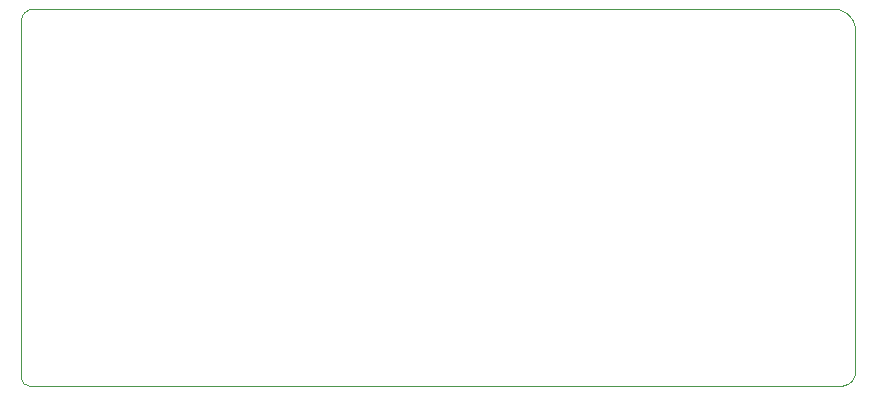
<source format=gbr>
%TF.GenerationSoftware,Altium Limited,Altium Designer,24.10.1 (45)*%
G04 Layer_Color=16711935*
%FSLAX45Y45*%
%MOMM*%
%TF.SameCoordinates,F50C4461-6059-43A5-BEE7-B7ABC5EDFC2B*%
%TF.FilePolarity,Positive*%
%TF.FileFunction,Other,Mechanical_1*%
%TF.Part,Single*%
G01*
G75*
%TA.AperFunction,NonConductor*%
%ADD53C,0.10000*%
D53*
X-0Y63500D02*
G03*
X63500Y-0I63437J-63D01*
G01*
X7061200Y3035300D02*
G03*
X6858000Y3187700I-177800J-25400D01*
G01*
X6959600Y0D02*
G03*
X7061200Y127000I-12700J114300D01*
G01*
X101600Y3187700D02*
G03*
X0Y3098800I-6350J-95250D01*
G01*
X103236Y3187700D02*
X6858000D01*
X63500Y-0D02*
X6959600Y0D01*
X-1Y63500D02*
X-0Y3098800D01*
X7061200Y127000D02*
Y3035300D01*
%TF.MD5,5dcfe7272c7a3c0879c13731b10d3bb8*%
M02*

</source>
